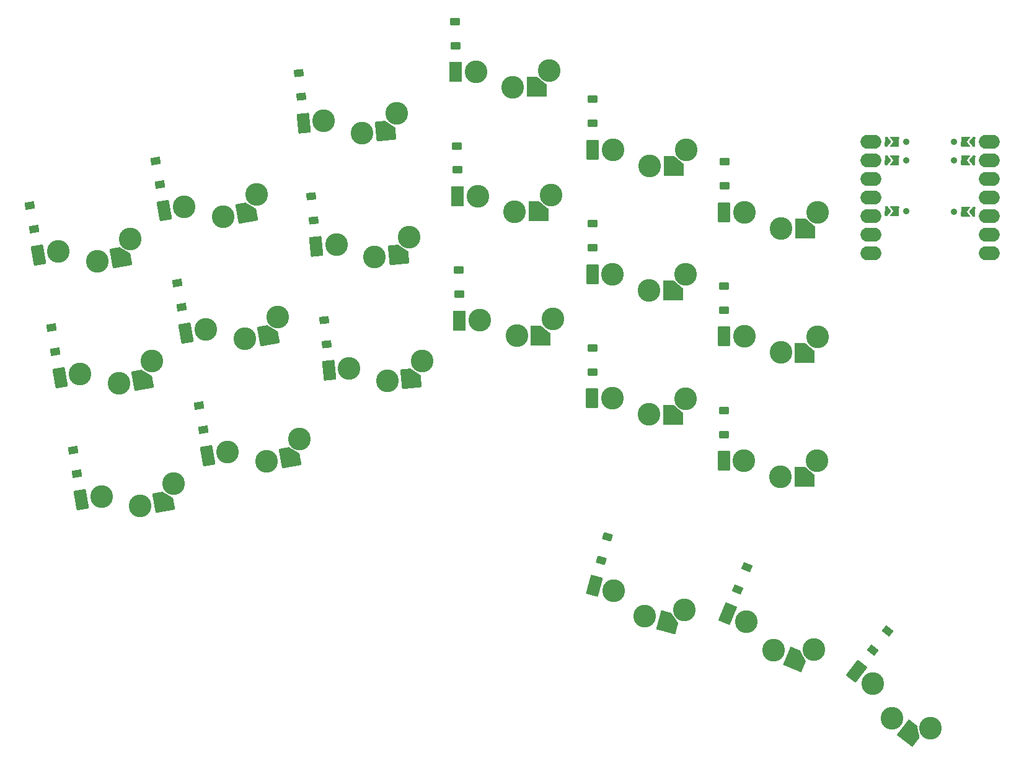
<source format=gbr>
%TF.GenerationSoftware,KiCad,Pcbnew,7.0.7*%
%TF.CreationDate,2024-02-04T11:46:41-06:00*%
%TF.ProjectId,main,6d61696e-2e6b-4696-9361-645f70636258,v1.0.0*%
%TF.SameCoordinates,Original*%
%TF.FileFunction,Soldermask,Bot*%
%TF.FilePolarity,Negative*%
%FSLAX46Y46*%
G04 Gerber Fmt 4.6, Leading zero omitted, Abs format (unit mm)*
G04 Created by KiCad (PCBNEW 7.0.7) date 2024-02-04 11:46:41*
%MOMM*%
%LPD*%
G01*
G04 APERTURE LIST*
G04 Aperture macros list*
%AMRoundRect*
0 Rectangle with rounded corners*
0 $1 Rounding radius*
0 $2 $3 $4 $5 $6 $7 $8 $9 X,Y pos of 4 corners*
0 Add a 4 corners polygon primitive as box body*
4,1,4,$2,$3,$4,$5,$6,$7,$8,$9,$2,$3,0*
0 Add four circle primitives for the rounded corners*
1,1,$1+$1,$2,$3*
1,1,$1+$1,$4,$5*
1,1,$1+$1,$6,$7*
1,1,$1+$1,$8,$9*
0 Add four rect primitives between the rounded corners*
20,1,$1+$1,$2,$3,$4,$5,0*
20,1,$1+$1,$4,$5,$6,$7,0*
20,1,$1+$1,$6,$7,$8,$9,0*
20,1,$1+$1,$8,$9,$2,$3,0*%
%AMHorizOval*
0 Thick line with rounded ends*
0 $1 width*
0 $2 $3 position (X,Y) of the first rounded end (center of the circle)*
0 $4 $5 position (X,Y) of the second rounded end (center of the circle)*
0 Add line between two ends*
20,1,$1,$2,$3,$4,$5,0*
0 Add two circle primitives to create the rounded ends*
1,1,$1,$2,$3*
1,1,$1,$4,$5*%
%AMFreePoly0*
4,1,15,1.335355,1.335355,1.350000,1.300000,1.350000,-1.300000,1.335355,-1.335355,1.300000,-1.350000,-0.050000,-1.350000,-0.082160,-1.338285,-1.332160,-0.288285,-1.349812,-0.254331,-1.350000,-0.250000,-1.350000,1.300000,-1.335355,1.335355,-1.300000,1.350000,1.300000,1.350000,1.335355,1.335355,1.335355,1.335355,$1*%
%AMFreePoly1*
4,1,16,-0.214645,0.660355,-0.210957,0.656235,0.289043,0.031235,0.299694,-0.005522,0.289043,-0.031235,-0.210957,-0.656235,-0.244478,-0.674694,-0.250000,-0.675000,-0.500000,-0.675000,-0.535355,-0.660355,-0.550000,-0.625000,-0.550000,0.625000,-0.535355,0.660355,-0.500000,0.675000,-0.250000,0.675000,-0.214645,0.660355,-0.214645,0.660355,$1*%
%AMFreePoly2*
4,1,16,0.535355,0.660355,0.550000,0.625000,0.550000,-0.625000,0.535355,-0.660355,0.500000,-0.675000,-0.650000,-0.675000,-0.685355,-0.660355,-0.700000,-0.625000,-0.689043,-0.593765,-0.214031,0.000000,-0.689043,0.593765,-0.699694,0.630522,-0.681235,0.664043,-0.650000,0.675000,0.500000,0.675000,0.535355,0.660355,0.535355,0.660355,$1*%
%AMFreePoly3*
4,1,15,0.082160,1.338285,1.332160,0.288285,1.349812,0.254331,1.350000,0.250000,1.350000,-1.300000,1.335355,-1.335355,1.300000,-1.350000,-1.300000,-1.350000,-1.335355,-1.335355,-1.350000,-1.300000,-1.350000,1.300000,-1.335355,1.335355,-1.300000,1.350000,0.050000,1.350000,0.082160,1.338285,0.082160,1.338285,$1*%
G04 Aperture macros list end*
%ADD10C,3.100000*%
%ADD11FreePoly0,179.900000*%
%ADD12RoundRect,0.050000X0.802268X1.298602X-0.797730X1.301394X-0.802268X-1.298602X0.797730X-1.301394X0*%
%ADD13FreePoly0,180.900000*%
%ADD14RoundRect,0.050000X0.779482X1.312405X-0.820321X1.287274X-0.779482X-1.312405X0.820321X-1.287274X0*%
%ADD15FreePoly0,190.000000*%
%ADD16RoundRect,0.050000X0.562104X1.419169X-1.013589X1.141332X-0.562104X-1.419169X1.013589X-1.141332X0*%
%ADD17FreePoly0,157.400000*%
%ADD18RoundRect,0.050000X1.238152X0.892737X-0.238984X1.507610X-1.238152X-0.892737X0.238984X-1.507610X0*%
%ADD19FreePoly0,185.900000*%
%ADD20RoundRect,0.050000X0.662132X1.375348X-0.929393X1.210880X-0.662132X-1.375348X0.929393X-1.210880X0*%
%ADD21FreePoly0,164.900000*%
%ADD22RoundRect,0.050000X1.111034X1.046711X-0.433722X1.463518X-1.111034X-1.046711X0.433722X-1.463518X0*%
%ADD23FreePoly0,142.400000*%
%ADD24RoundRect,0.050000X1.427020X0.541860X0.159357X1.518093X-1.427020X-0.541860X-0.159357X-1.518093X0*%
%ADD25HorizOval,1.900000X0.474999X-0.000812X-0.474999X0.000812X0*%
%ADD26FreePoly1,359.902000*%
%ADD27FreePoly2,359.902000*%
%ADD28C,0.900000*%
%ADD29HorizOval,1.900000X-0.474999X0.000812X0.474999X-0.000812X0*%
%ADD30FreePoly2,179.902000*%
%ADD31FreePoly1,179.902000*%
%ADD32RoundRect,0.050000X-0.599214X0.451047X-0.600784X-0.448952X0.599214X-0.451047X0.600784X0.448952X0*%
%ADD33RoundRect,0.050000X-0.643078X0.385941X-0.550565X-0.509292X0.643078X-0.385941X0.550565X0.509292X0*%
%ADD34RoundRect,0.050000X-0.669026X0.338975X-0.512743X-0.547352X0.669026X-0.338975X0.512743X0.547352X0*%
%ADD35FreePoly3,0.100000*%
%ADD36RoundRect,0.050000X-0.797730X-1.301394X0.802268X-1.298602X0.797730X1.301394X-0.802268X1.298602X0*%
%ADD37RoundRect,0.050000X-0.200808X0.722617X-0.749939X0.009557X0.200808X-0.722617X0.749939X-0.009557X0*%
%ADD38RoundRect,0.050000X-0.606994X0.440520X-0.592858X-0.459369X0.606994X-0.440520X0.592858X0.459369X0*%
%ADD39RoundRect,0.050000X-0.380993X0.646022X-0.726859X-0.184867X0.380993X-0.646022X0.726859X0.184867X0*%
%ADD40RoundRect,0.050000X-0.462057X0.590765X-0.696511X-0.278160X0.462057X-0.590765X0.696511X0.278160X0*%
G04 APERTURE END LIST*
D10*
%TO.C,S14*%
X163862097Y-91538065D03*
X158858265Y-93729335D03*
X153862113Y-91520612D03*
D11*
X162133260Y-93735051D03*
D12*
X151087117Y-91515768D03*
%TD*%
D10*
%TO.C,S11*%
X145458895Y-80686542D03*
X140494068Y-82964807D03*
X135460128Y-80843615D03*
D13*
X143768664Y-82913365D03*
D14*
X132685471Y-80887203D03*
%TD*%
D10*
%TO.C,S17*%
X181847256Y-100069466D03*
X176843424Y-102260736D03*
X171847272Y-100052013D03*
D11*
X180118419Y-102266452D03*
D12*
X169072276Y-100047169D03*
%TD*%
D10*
%TO.C,S3*%
X87991475Y-86700117D03*
X83449463Y-89734935D03*
X78143398Y-88436599D03*
D15*
X86674708Y-89166237D03*
D16*
X75410556Y-88918473D03*
%TD*%
D10*
%TO.C,S20*%
X181343561Y-142855358D03*
X175882060Y-142964944D03*
X172111458Y-139012405D03*
D17*
X178905573Y-144223511D03*
D18*
X169549550Y-137945985D03*
%TD*%
D10*
%TO.C,S18*%
X181876910Y-83069485D03*
X176873078Y-85260755D03*
X171876926Y-83052032D03*
D11*
X180148073Y-85266471D03*
D12*
X169101930Y-83047188D03*
%TD*%
D10*
%TO.C,S8*%
X126095210Y-86471420D03*
X121347840Y-89173729D03*
X116148182Y-87499345D03*
D19*
X124605491Y-88837083D03*
D20*
X113387882Y-87784595D03*
%TD*%
D10*
%TO.C,S5*%
X108149095Y-97361795D03*
X103607083Y-100396613D03*
X98301018Y-99098277D03*
D15*
X106832328Y-99827915D03*
D16*
X95568176Y-99580151D03*
%TD*%
D10*
%TO.C,S19*%
X163675125Y-137445312D03*
X158274652Y-138266829D03*
X154020399Y-134840267D03*
D21*
X161436575Y-139119981D03*
D22*
X151341212Y-134117367D03*
%TD*%
D10*
%TO.C,S7*%
X127842661Y-103381359D03*
X123095291Y-106083668D03*
X117895633Y-104409284D03*
D19*
X126352942Y-105747022D03*
D20*
X115135333Y-104694534D03*
%TD*%
D10*
%TO.C,S4*%
X111101101Y-114103510D03*
X106559089Y-117138328D03*
X101253024Y-115839992D03*
D15*
X109784334Y-116569630D03*
D16*
X98520182Y-116321866D03*
%TD*%
D10*
%TO.C,S2*%
X90943481Y-103441848D03*
X86401469Y-106476666D03*
X81095404Y-105178330D03*
D15*
X89626714Y-105907968D03*
D16*
X78362562Y-105660204D03*
%TD*%
D10*
%TO.C,S12*%
X145191868Y-63688633D03*
X140227041Y-65966898D03*
X135193101Y-63845706D03*
D13*
X143501637Y-65915456D03*
D14*
X132418444Y-63889294D03*
%TD*%
D10*
%TO.C,S6*%
X105197064Y-80620024D03*
X100655052Y-83654842D03*
X95348987Y-82356506D03*
D15*
X103880297Y-83086144D03*
D16*
X92616145Y-82838380D03*
%TD*%
D10*
%TO.C,S16*%
X181817544Y-117069445D03*
X176813712Y-119260715D03*
X171817560Y-117051992D03*
D11*
X180088707Y-119266431D03*
D12*
X169042564Y-117047148D03*
%TD*%
D10*
%TO.C,S21*%
X197299481Y-153581950D03*
X191995713Y-152274261D03*
X189376584Y-147480498D03*
D23*
X194590462Y-154272487D03*
D24*
X187177981Y-145787346D03*
%TD*%
D10*
%TO.C,S1*%
X93895509Y-120183610D03*
X89353497Y-123218428D03*
X84047432Y-121920092D03*
D15*
X92578742Y-122649730D03*
D16*
X81314590Y-122401966D03*
%TD*%
D10*
%TO.C,S9*%
X124347717Y-69561438D03*
X119600347Y-72263747D03*
X114400689Y-70589363D03*
D19*
X122857998Y-71927101D03*
D20*
X111640389Y-70874613D03*
%TD*%
D10*
%TO.C,S13*%
X163832438Y-108538011D03*
X158828606Y-110729281D03*
X153832454Y-108520558D03*
D11*
X162103601Y-110734997D03*
D12*
X151057458Y-108515714D03*
%TD*%
D10*
%TO.C,S10*%
X145725933Y-97684436D03*
X140761106Y-99962701D03*
X135727166Y-97841509D03*
D13*
X144035702Y-99911259D03*
D14*
X132952509Y-97885097D03*
%TD*%
D25*
%TO.C,xiao*%
X189149282Y-73426458D03*
D26*
X191624278Y-73430691D03*
D27*
X192469276Y-73432136D03*
D28*
X193982274Y-73434724D03*
D25*
X189144937Y-75966454D03*
D26*
X191619933Y-75970687D03*
D27*
X192464932Y-75972132D03*
D28*
X193977930Y-75974720D03*
D25*
X189140593Y-78506450D03*
D26*
X191607994Y-82950677D03*
D27*
X192452993Y-82952122D03*
D28*
X193965991Y-82954710D03*
D25*
X189136248Y-81046447D03*
X189131904Y-83586443D03*
X189127559Y-86126439D03*
X189123215Y-88666435D03*
D29*
X205313190Y-88694126D03*
X205317535Y-86154130D03*
X205321879Y-83614134D03*
X205326224Y-81074137D03*
D28*
X200489981Y-82965869D03*
D30*
X202002979Y-82968456D03*
D31*
X202847978Y-82969902D03*
D29*
X205330568Y-78534141D03*
D28*
X200501920Y-75985879D03*
D30*
X202014918Y-75988467D03*
D31*
X202859917Y-75989912D03*
D29*
X205334913Y-75994145D03*
D28*
X200506265Y-73445883D03*
D30*
X202019262Y-73448470D03*
D31*
X202864261Y-73449916D03*
D29*
X205339257Y-73454149D03*
%TD*%
D32*
%TO.C,D16*%
X169079625Y-110147223D03*
X169073865Y-113447217D03*
%TD*%
D33*
%TO.C,D9*%
X110955981Y-64008608D03*
X111295197Y-67291128D03*
%TD*%
D34*
%TO.C,D1*%
X80141063Y-115602461D03*
X80714101Y-118852327D03*
%TD*%
D10*
%TO.C,S15*%
X153904871Y-74538089D03*
X158908703Y-76729359D03*
X163904855Y-74520636D03*
D35*
X162183698Y-76723643D03*
D36*
X151129875Y-74542932D03*
%TD*%
D37*
%TO.C,D21*%
X191407781Y-140335818D03*
X189394301Y-142950374D03*
%TD*%
D34*
%TO.C,D6*%
X91442598Y-76038886D03*
X92015636Y-79288752D03*
%TD*%
D38*
%TO.C,D10*%
X132869109Y-90985547D03*
X132920943Y-94285139D03*
%TD*%
D39*
%TO.C,D20*%
X172224281Y-131585450D03*
X170956107Y-134632044D03*
%TD*%
D40*
%TO.C,D19*%
X153162813Y-127462121D03*
X152303149Y-130648181D03*
%TD*%
D34*
%TO.C,D2*%
X77189013Y-98860721D03*
X77762051Y-102110587D03*
%TD*%
%TO.C,D3*%
X74236991Y-82118978D03*
X74810029Y-85368844D03*
%TD*%
D38*
%TO.C,D12*%
X132335082Y-56989738D03*
X132386916Y-60289330D03*
%TD*%
D34*
%TO.C,D4*%
X97346652Y-109522311D03*
X97919690Y-112772177D03*
%TD*%
D32*
%TO.C,D18*%
X169138937Y-76147262D03*
X169133177Y-79447256D03*
%TD*%
%TO.C,D14*%
X151124164Y-84615825D03*
X151118404Y-87915819D03*
%TD*%
%TO.C,D13*%
X151094491Y-101615804D03*
X151088731Y-104915798D03*
%TD*%
%TO.C,D15*%
X151153831Y-67615853D03*
X151148071Y-70915847D03*
%TD*%
%TO.C,D17*%
X169109311Y-93147236D03*
X169103551Y-96447230D03*
%TD*%
D34*
%TO.C,D5*%
X94394608Y-92780626D03*
X94967646Y-96030492D03*
%TD*%
D38*
%TO.C,D11*%
X132602101Y-73987639D03*
X132653935Y-77287231D03*
%TD*%
D33*
%TO.C,D8*%
X112703449Y-80918553D03*
X113042665Y-84201073D03*
%TD*%
%TO.C,D7*%
X114450938Y-97828516D03*
X114790154Y-101111036D03*
%TD*%
M02*

</source>
